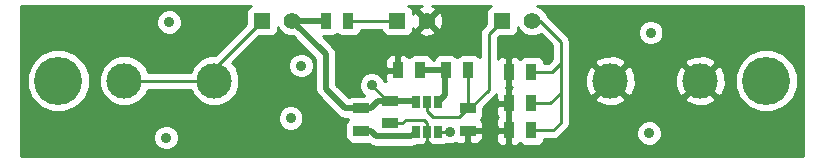
<source format=gtl>
G04 (created by PCBNEW (2013-07-07 BZR 4022)-stable) date 3/21/2015 2:07:51 PM*
%MOIN*%
G04 Gerber Fmt 3.4, Leading zero omitted, Abs format*
%FSLAX34Y34*%
G01*
G70*
G90*
G04 APERTURE LIST*
%ADD10C,0.00590551*%
%ADD11R,0.0276X0.0394*%
%ADD12R,0.035X0.055*%
%ADD13R,0.055X0.035*%
%ADD14R,0.055X0.055*%
%ADD15C,0.055*%
%ADD16C,0.11811*%
%ADD17C,0.16*%
%ADD18C,0.035*%
%ADD19C,0.01*%
%ADD20C,0.02*%
G04 APERTURE END LIST*
G54D10*
G54D11*
X83125Y-58200D03*
X83500Y-58200D03*
X83875Y-58200D03*
X83875Y-59200D03*
X83500Y-59200D03*
X83125Y-59200D03*
G54D12*
X84875Y-57150D03*
X84125Y-57150D03*
X83275Y-57150D03*
X82525Y-57150D03*
G54D13*
X84850Y-58425D03*
X84850Y-59175D03*
X81300Y-58425D03*
X81300Y-59175D03*
X82250Y-58175D03*
X82250Y-58925D03*
G54D12*
X80125Y-55500D03*
X80875Y-55500D03*
G54D14*
X82500Y-55500D03*
G54D15*
X83500Y-55500D03*
G54D14*
X86000Y-55500D03*
G54D15*
X87000Y-55500D03*
G54D14*
X78000Y-55500D03*
G54D15*
X79000Y-55500D03*
G54D12*
X86975Y-57200D03*
X86225Y-57200D03*
G54D16*
X76400Y-57500D03*
X73400Y-57500D03*
X89600Y-57500D03*
X92600Y-57500D03*
G54D12*
X86975Y-58250D03*
X86225Y-58250D03*
X86964Y-59159D03*
X86214Y-59159D03*
G54D17*
X71200Y-57500D03*
X94800Y-57500D03*
G54D18*
X90900Y-59250D03*
X90950Y-55900D03*
X79300Y-57000D03*
X78950Y-58750D03*
X74800Y-59400D03*
X74900Y-55550D03*
X86200Y-56650D03*
X85750Y-58250D03*
X85750Y-59150D03*
X82000Y-57000D03*
X81650Y-57650D03*
X84250Y-59200D03*
G54D19*
X86225Y-57200D02*
X86225Y-56675D01*
X86225Y-56675D02*
X86200Y-56650D01*
X86225Y-58250D02*
X85750Y-58250D01*
X86214Y-59159D02*
X85759Y-59159D01*
X85759Y-59159D02*
X85750Y-59150D01*
X82525Y-57150D02*
X82150Y-57150D01*
X82150Y-57150D02*
X82000Y-57000D01*
X82250Y-58925D02*
X82675Y-58925D01*
X83500Y-58900D02*
X83500Y-59200D01*
X83400Y-58800D02*
X83500Y-58900D01*
X82800Y-58800D02*
X83400Y-58800D01*
X82675Y-58925D02*
X82800Y-58800D01*
X83500Y-59200D02*
X83500Y-59500D01*
X80875Y-55500D02*
X82500Y-55500D01*
G54D20*
X81300Y-59175D02*
X81625Y-59175D01*
X82975Y-59350D02*
X83125Y-59200D01*
X81800Y-59350D02*
X82975Y-59350D01*
X81625Y-59175D02*
X81800Y-59350D01*
G54D19*
X86975Y-57200D02*
X87650Y-57200D01*
X87650Y-57200D02*
X87950Y-56900D01*
X86975Y-58250D02*
X87600Y-58250D01*
X87600Y-58250D02*
X87950Y-57900D01*
X87000Y-55500D02*
X87250Y-55500D01*
X87690Y-59159D02*
X86964Y-59159D01*
X87950Y-58900D02*
X87690Y-59159D01*
X87950Y-56200D02*
X87950Y-56900D01*
X87950Y-56900D02*
X87950Y-57900D01*
X87950Y-57900D02*
X87950Y-58900D01*
X87250Y-55500D02*
X87950Y-56200D01*
X73400Y-57500D02*
X76400Y-57500D01*
X76400Y-57500D02*
X76400Y-57100D01*
X76400Y-57100D02*
X78000Y-55500D01*
G54D20*
X81300Y-58425D02*
X81625Y-58425D01*
X81625Y-58425D02*
X81875Y-58175D01*
X82700Y-58175D02*
X83100Y-58175D01*
X81875Y-58175D02*
X82700Y-58175D01*
X83100Y-58175D02*
X83125Y-58200D01*
G54D19*
X83875Y-59200D02*
X84250Y-59200D01*
X82175Y-58175D02*
X82250Y-58175D01*
X81650Y-57650D02*
X82175Y-58175D01*
G54D20*
X79000Y-55500D02*
X80125Y-55500D01*
X81300Y-58425D02*
X80775Y-58425D01*
X80125Y-56625D02*
X79000Y-55500D01*
X80125Y-57775D02*
X80125Y-56625D01*
X80775Y-58425D02*
X80125Y-57775D01*
G54D19*
X84875Y-57150D02*
X84875Y-58400D01*
X84875Y-58400D02*
X84850Y-58425D01*
X84850Y-58425D02*
X84925Y-58425D01*
X85550Y-55950D02*
X86000Y-55500D01*
X85550Y-57800D02*
X85550Y-55950D01*
X84925Y-58425D02*
X85550Y-57800D01*
X83500Y-58200D02*
X83500Y-58500D01*
X84575Y-58700D02*
X84850Y-58425D01*
X83700Y-58700D02*
X84575Y-58700D01*
X83500Y-58500D02*
X83700Y-58700D01*
G54D20*
X83275Y-57150D02*
X84125Y-57150D01*
X84125Y-57150D02*
X84100Y-57175D01*
X84100Y-57175D02*
X84100Y-57975D01*
X84100Y-57975D02*
X83875Y-58200D01*
G54D10*
G36*
X82307Y-58975D02*
X82300Y-58975D01*
X82300Y-58982D01*
X82200Y-58982D01*
X82200Y-58975D01*
X82192Y-58975D01*
X82192Y-58875D01*
X82200Y-58875D01*
X82200Y-58867D01*
X82300Y-58867D01*
X82300Y-58875D01*
X82307Y-58875D01*
X82307Y-58975D01*
X82307Y-58975D01*
G37*
G54D19*
X82307Y-58975D02*
X82300Y-58975D01*
X82300Y-58982D01*
X82200Y-58982D01*
X82200Y-58975D01*
X82192Y-58975D01*
X82192Y-58875D01*
X82200Y-58875D01*
X82200Y-58867D01*
X82300Y-58867D01*
X82300Y-58875D01*
X82307Y-58875D01*
X82307Y-58975D01*
G54D10*
G36*
X85624Y-54996D02*
X85583Y-55012D01*
X85513Y-55083D01*
X85475Y-55175D01*
X85474Y-55274D01*
X85474Y-55600D01*
X85337Y-55737D01*
X85272Y-55835D01*
X85250Y-55950D01*
X85250Y-56721D01*
X85191Y-56663D01*
X85099Y-56625D01*
X85000Y-56624D01*
X84650Y-56624D01*
X84558Y-56662D01*
X84499Y-56721D01*
X84441Y-56663D01*
X84349Y-56625D01*
X84250Y-56624D01*
X84029Y-56624D01*
X84029Y-55575D01*
X84018Y-55367D01*
X83960Y-55227D01*
X83867Y-55202D01*
X83570Y-55500D01*
X83867Y-55797D01*
X83960Y-55772D01*
X84029Y-55575D01*
X84029Y-56624D01*
X83900Y-56624D01*
X83808Y-56662D01*
X83797Y-56674D01*
X83797Y-55867D01*
X83500Y-55570D01*
X83202Y-55867D01*
X83227Y-55960D01*
X83424Y-56029D01*
X83632Y-56018D01*
X83772Y-55960D01*
X83797Y-55867D01*
X83797Y-56674D01*
X83738Y-56733D01*
X83710Y-56800D01*
X83689Y-56800D01*
X83662Y-56733D01*
X83591Y-56663D01*
X83499Y-56625D01*
X83400Y-56624D01*
X83050Y-56624D01*
X82958Y-56662D01*
X82900Y-56721D01*
X82841Y-56662D01*
X82749Y-56624D01*
X82637Y-56625D01*
X82575Y-56687D01*
X82575Y-57100D01*
X82582Y-57100D01*
X82582Y-57200D01*
X82575Y-57200D01*
X82575Y-57207D01*
X82475Y-57207D01*
X82475Y-57200D01*
X82475Y-57100D01*
X82475Y-56687D01*
X82412Y-56625D01*
X82300Y-56624D01*
X82208Y-56662D01*
X82138Y-56733D01*
X82100Y-56825D01*
X82099Y-56924D01*
X82100Y-57037D01*
X82162Y-57100D01*
X82475Y-57100D01*
X82475Y-57200D01*
X82162Y-57200D01*
X82100Y-57262D01*
X82099Y-57375D01*
X82100Y-57474D01*
X82110Y-57500D01*
X82100Y-57500D01*
X82047Y-57500D01*
X82010Y-57409D01*
X81891Y-57289D01*
X81734Y-57225D01*
X81565Y-57224D01*
X81409Y-57289D01*
X81289Y-57408D01*
X81225Y-57565D01*
X81224Y-57734D01*
X81289Y-57890D01*
X81398Y-57999D01*
X80975Y-57999D01*
X80883Y-58037D01*
X80883Y-58038D01*
X80475Y-57630D01*
X80475Y-56625D01*
X80448Y-56491D01*
X80372Y-56377D01*
X80020Y-56025D01*
X80349Y-56025D01*
X80441Y-55987D01*
X80500Y-55928D01*
X80558Y-55986D01*
X80650Y-56024D01*
X80749Y-56025D01*
X81099Y-56025D01*
X81191Y-55987D01*
X81261Y-55916D01*
X81299Y-55824D01*
X81299Y-55800D01*
X81974Y-55800D01*
X81974Y-55824D01*
X82012Y-55916D01*
X82083Y-55986D01*
X82175Y-56024D01*
X82274Y-56025D01*
X82824Y-56025D01*
X82916Y-55987D01*
X82986Y-55916D01*
X83024Y-55824D01*
X83025Y-55737D01*
X83039Y-55772D01*
X83132Y-55797D01*
X83429Y-55500D01*
X83132Y-55202D01*
X83039Y-55227D01*
X83025Y-55268D01*
X83025Y-55175D01*
X82987Y-55083D01*
X82916Y-55013D01*
X82875Y-54996D01*
X83331Y-54996D01*
X83227Y-55039D01*
X83202Y-55132D01*
X83500Y-55429D01*
X83797Y-55132D01*
X83772Y-55039D01*
X83649Y-54996D01*
X85624Y-54996D01*
X85624Y-54996D01*
G37*
G54D19*
X85624Y-54996D02*
X85583Y-55012D01*
X85513Y-55083D01*
X85475Y-55175D01*
X85474Y-55274D01*
X85474Y-55600D01*
X85337Y-55737D01*
X85272Y-55835D01*
X85250Y-55950D01*
X85250Y-56721D01*
X85191Y-56663D01*
X85099Y-56625D01*
X85000Y-56624D01*
X84650Y-56624D01*
X84558Y-56662D01*
X84499Y-56721D01*
X84441Y-56663D01*
X84349Y-56625D01*
X84250Y-56624D01*
X84029Y-56624D01*
X84029Y-55575D01*
X84018Y-55367D01*
X83960Y-55227D01*
X83867Y-55202D01*
X83570Y-55500D01*
X83867Y-55797D01*
X83960Y-55772D01*
X84029Y-55575D01*
X84029Y-56624D01*
X83900Y-56624D01*
X83808Y-56662D01*
X83797Y-56674D01*
X83797Y-55867D01*
X83500Y-55570D01*
X83202Y-55867D01*
X83227Y-55960D01*
X83424Y-56029D01*
X83632Y-56018D01*
X83772Y-55960D01*
X83797Y-55867D01*
X83797Y-56674D01*
X83738Y-56733D01*
X83710Y-56800D01*
X83689Y-56800D01*
X83662Y-56733D01*
X83591Y-56663D01*
X83499Y-56625D01*
X83400Y-56624D01*
X83050Y-56624D01*
X82958Y-56662D01*
X82900Y-56721D01*
X82841Y-56662D01*
X82749Y-56624D01*
X82637Y-56625D01*
X82575Y-56687D01*
X82575Y-57100D01*
X82582Y-57100D01*
X82582Y-57200D01*
X82575Y-57200D01*
X82575Y-57207D01*
X82475Y-57207D01*
X82475Y-57200D01*
X82475Y-57100D01*
X82475Y-56687D01*
X82412Y-56625D01*
X82300Y-56624D01*
X82208Y-56662D01*
X82138Y-56733D01*
X82100Y-56825D01*
X82099Y-56924D01*
X82100Y-57037D01*
X82162Y-57100D01*
X82475Y-57100D01*
X82475Y-57200D01*
X82162Y-57200D01*
X82100Y-57262D01*
X82099Y-57375D01*
X82100Y-57474D01*
X82110Y-57500D01*
X82100Y-57500D01*
X82047Y-57500D01*
X82010Y-57409D01*
X81891Y-57289D01*
X81734Y-57225D01*
X81565Y-57224D01*
X81409Y-57289D01*
X81289Y-57408D01*
X81225Y-57565D01*
X81224Y-57734D01*
X81289Y-57890D01*
X81398Y-57999D01*
X80975Y-57999D01*
X80883Y-58037D01*
X80883Y-58038D01*
X80475Y-57630D01*
X80475Y-56625D01*
X80448Y-56491D01*
X80372Y-56377D01*
X80020Y-56025D01*
X80349Y-56025D01*
X80441Y-55987D01*
X80500Y-55928D01*
X80558Y-55986D01*
X80650Y-56024D01*
X80749Y-56025D01*
X81099Y-56025D01*
X81191Y-55987D01*
X81261Y-55916D01*
X81299Y-55824D01*
X81299Y-55800D01*
X81974Y-55800D01*
X81974Y-55824D01*
X82012Y-55916D01*
X82083Y-55986D01*
X82175Y-56024D01*
X82274Y-56025D01*
X82824Y-56025D01*
X82916Y-55987D01*
X82986Y-55916D01*
X83024Y-55824D01*
X83025Y-55737D01*
X83039Y-55772D01*
X83132Y-55797D01*
X83429Y-55500D01*
X83132Y-55202D01*
X83039Y-55227D01*
X83025Y-55268D01*
X83025Y-55175D01*
X82987Y-55083D01*
X82916Y-55013D01*
X82875Y-54996D01*
X83331Y-54996D01*
X83227Y-55039D01*
X83202Y-55132D01*
X83500Y-55429D01*
X83797Y-55132D01*
X83772Y-55039D01*
X83649Y-54996D01*
X85624Y-54996D01*
G54D10*
G36*
X96035Y-60000D02*
X95850Y-60000D01*
X95850Y-57292D01*
X95690Y-56906D01*
X95395Y-56610D01*
X95009Y-56450D01*
X94592Y-56449D01*
X94206Y-56609D01*
X93910Y-56904D01*
X93750Y-57290D01*
X93749Y-57707D01*
X93909Y-58094D01*
X94204Y-58389D01*
X94590Y-58549D01*
X95007Y-58550D01*
X95394Y-58390D01*
X95689Y-58095D01*
X95849Y-57709D01*
X95850Y-57292D01*
X95850Y-60000D01*
X93443Y-60000D01*
X93443Y-57651D01*
X93437Y-57316D01*
X93321Y-57037D01*
X93196Y-56974D01*
X93125Y-57045D01*
X93125Y-56903D01*
X93062Y-56778D01*
X92751Y-56656D01*
X92416Y-56662D01*
X92137Y-56778D01*
X92074Y-56903D01*
X92600Y-57429D01*
X93125Y-56903D01*
X93125Y-57045D01*
X92670Y-57500D01*
X93196Y-58025D01*
X93321Y-57962D01*
X93443Y-57651D01*
X93443Y-60000D01*
X93125Y-60000D01*
X93125Y-58096D01*
X92600Y-57570D01*
X92529Y-57641D01*
X92529Y-57500D01*
X92003Y-56974D01*
X91878Y-57037D01*
X91756Y-57348D01*
X91762Y-57683D01*
X91878Y-57962D01*
X92003Y-58025D01*
X92529Y-57500D01*
X92529Y-57641D01*
X92074Y-58096D01*
X92137Y-58221D01*
X92448Y-58343D01*
X92783Y-58337D01*
X93062Y-58221D01*
X93125Y-58096D01*
X93125Y-60000D01*
X91375Y-60000D01*
X91375Y-55815D01*
X91310Y-55659D01*
X91191Y-55539D01*
X91034Y-55475D01*
X90865Y-55474D01*
X90709Y-55539D01*
X90589Y-55658D01*
X90525Y-55815D01*
X90524Y-55984D01*
X90589Y-56140D01*
X90708Y-56260D01*
X90865Y-56324D01*
X91034Y-56325D01*
X91190Y-56260D01*
X91310Y-56141D01*
X91374Y-55984D01*
X91375Y-55815D01*
X91375Y-60000D01*
X91325Y-60000D01*
X91325Y-59165D01*
X91260Y-59009D01*
X91141Y-58889D01*
X90984Y-58825D01*
X90815Y-58824D01*
X90659Y-58889D01*
X90539Y-59008D01*
X90475Y-59165D01*
X90474Y-59334D01*
X90539Y-59490D01*
X90658Y-59610D01*
X90815Y-59674D01*
X90984Y-59675D01*
X91140Y-59610D01*
X91260Y-59491D01*
X91324Y-59334D01*
X91325Y-59165D01*
X91325Y-60000D01*
X90443Y-60000D01*
X90443Y-57651D01*
X90437Y-57316D01*
X90321Y-57037D01*
X90196Y-56974D01*
X90125Y-57045D01*
X90125Y-56903D01*
X90062Y-56778D01*
X89751Y-56656D01*
X89416Y-56662D01*
X89137Y-56778D01*
X89074Y-56903D01*
X89600Y-57429D01*
X90125Y-56903D01*
X90125Y-57045D01*
X89670Y-57500D01*
X90196Y-58025D01*
X90321Y-57962D01*
X90443Y-57651D01*
X90443Y-60000D01*
X90125Y-60000D01*
X90125Y-58096D01*
X89600Y-57570D01*
X89529Y-57641D01*
X89529Y-57500D01*
X89003Y-56974D01*
X88878Y-57037D01*
X88756Y-57348D01*
X88762Y-57683D01*
X88878Y-57962D01*
X89003Y-58025D01*
X89529Y-57500D01*
X89529Y-57641D01*
X89074Y-58096D01*
X89137Y-58221D01*
X89448Y-58343D01*
X89783Y-58337D01*
X90062Y-58221D01*
X90125Y-58096D01*
X90125Y-60000D01*
X86175Y-60000D01*
X86175Y-58712D01*
X86175Y-58300D01*
X85862Y-58300D01*
X85800Y-58362D01*
X85799Y-58475D01*
X85800Y-58574D01*
X85838Y-58666D01*
X85871Y-58699D01*
X85827Y-58743D01*
X85789Y-58834D01*
X85789Y-58934D01*
X85789Y-59047D01*
X85851Y-59109D01*
X86164Y-59109D01*
X86164Y-58723D01*
X86175Y-58712D01*
X86175Y-60000D01*
X86164Y-60000D01*
X86164Y-59622D01*
X86164Y-59209D01*
X85851Y-59209D01*
X85789Y-59272D01*
X85789Y-59385D01*
X85789Y-59484D01*
X85827Y-59576D01*
X85897Y-59646D01*
X85989Y-59684D01*
X86101Y-59684D01*
X86164Y-59622D01*
X86164Y-60000D01*
X85375Y-60000D01*
X85375Y-59399D01*
X85375Y-59287D01*
X85312Y-59225D01*
X84900Y-59225D01*
X84900Y-59537D01*
X84962Y-59600D01*
X85075Y-59600D01*
X85174Y-59599D01*
X85266Y-59561D01*
X85337Y-59491D01*
X85375Y-59399D01*
X85375Y-60000D01*
X79725Y-60000D01*
X79725Y-56915D01*
X79660Y-56759D01*
X79541Y-56639D01*
X79384Y-56575D01*
X79215Y-56574D01*
X79059Y-56639D01*
X78939Y-56758D01*
X78875Y-56915D01*
X78874Y-57084D01*
X78939Y-57240D01*
X79058Y-57360D01*
X79215Y-57424D01*
X79384Y-57425D01*
X79540Y-57360D01*
X79660Y-57241D01*
X79724Y-57084D01*
X79725Y-56915D01*
X79725Y-60000D01*
X79375Y-60000D01*
X79375Y-58665D01*
X79310Y-58509D01*
X79191Y-58389D01*
X79034Y-58325D01*
X78865Y-58324D01*
X78709Y-58389D01*
X78589Y-58508D01*
X78525Y-58665D01*
X78524Y-58834D01*
X78589Y-58990D01*
X78708Y-59110D01*
X78865Y-59174D01*
X79034Y-59175D01*
X79190Y-59110D01*
X79310Y-58991D01*
X79374Y-58834D01*
X79375Y-58665D01*
X79375Y-60000D01*
X75225Y-60000D01*
X75225Y-59315D01*
X75160Y-59159D01*
X75041Y-59039D01*
X74884Y-58975D01*
X74715Y-58974D01*
X74559Y-59039D01*
X74439Y-59158D01*
X74375Y-59315D01*
X74374Y-59484D01*
X74439Y-59640D01*
X74558Y-59760D01*
X74715Y-59824D01*
X74884Y-59825D01*
X75040Y-59760D01*
X75160Y-59641D01*
X75224Y-59484D01*
X75225Y-59315D01*
X75225Y-60000D01*
X72250Y-60000D01*
X72250Y-57292D01*
X72090Y-56906D01*
X71795Y-56610D01*
X71409Y-56450D01*
X70992Y-56449D01*
X70606Y-56609D01*
X70310Y-56904D01*
X70150Y-57290D01*
X70149Y-57707D01*
X70309Y-58094D01*
X70604Y-58389D01*
X70990Y-58549D01*
X71407Y-58550D01*
X71794Y-58390D01*
X72089Y-58095D01*
X72249Y-57709D01*
X72250Y-57292D01*
X72250Y-60000D01*
X69964Y-60000D01*
X69964Y-54996D01*
X77624Y-54996D01*
X77583Y-55012D01*
X77513Y-55083D01*
X77475Y-55175D01*
X77474Y-55274D01*
X77474Y-55600D01*
X76416Y-56659D01*
X76233Y-56659D01*
X75924Y-56787D01*
X75687Y-57023D01*
X75614Y-57200D01*
X75325Y-57200D01*
X75325Y-55465D01*
X75260Y-55309D01*
X75141Y-55189D01*
X74984Y-55125D01*
X74815Y-55124D01*
X74659Y-55189D01*
X74539Y-55308D01*
X74475Y-55465D01*
X74474Y-55634D01*
X74539Y-55790D01*
X74658Y-55910D01*
X74815Y-55974D01*
X74984Y-55975D01*
X75140Y-55910D01*
X75260Y-55791D01*
X75324Y-55634D01*
X75325Y-55465D01*
X75325Y-57200D01*
X74185Y-57200D01*
X74113Y-57024D01*
X73876Y-56787D01*
X73567Y-56659D01*
X73233Y-56659D01*
X72924Y-56787D01*
X72687Y-57023D01*
X72559Y-57332D01*
X72559Y-57666D01*
X72687Y-57975D01*
X72923Y-58212D01*
X73232Y-58340D01*
X73566Y-58340D01*
X73875Y-58213D01*
X74112Y-57976D01*
X74185Y-57800D01*
X75614Y-57800D01*
X75687Y-57975D01*
X75923Y-58212D01*
X76232Y-58340D01*
X76566Y-58340D01*
X76875Y-58213D01*
X77112Y-57976D01*
X77240Y-57667D01*
X77240Y-57333D01*
X77113Y-57024D01*
X77006Y-56917D01*
X77899Y-56025D01*
X78324Y-56025D01*
X78416Y-55987D01*
X78486Y-55916D01*
X78524Y-55824D01*
X78525Y-55725D01*
X78525Y-55725D01*
X78554Y-55797D01*
X78702Y-55944D01*
X78895Y-56024D01*
X79030Y-56025D01*
X79775Y-56769D01*
X79775Y-57775D01*
X79801Y-57908D01*
X79877Y-58022D01*
X80527Y-58672D01*
X80641Y-58748D01*
X80775Y-58775D01*
X80846Y-58775D01*
X80871Y-58800D01*
X80813Y-58858D01*
X80775Y-58950D01*
X80774Y-59049D01*
X80774Y-59399D01*
X80812Y-59491D01*
X80883Y-59561D01*
X80975Y-59599D01*
X81074Y-59600D01*
X81556Y-59600D01*
X81556Y-59600D01*
X81666Y-59673D01*
X81799Y-59699D01*
X81800Y-59700D01*
X82975Y-59700D01*
X83108Y-59673D01*
X83108Y-59673D01*
X83148Y-59647D01*
X83148Y-59647D01*
X83312Y-59647D01*
X83312Y-59647D01*
X83312Y-59647D01*
X83387Y-59647D01*
X83450Y-59584D01*
X83450Y-59563D01*
X83474Y-59538D01*
X83500Y-59478D01*
X83524Y-59538D01*
X83550Y-59563D01*
X83550Y-59584D01*
X83612Y-59647D01*
X83687Y-59647D01*
X83687Y-59646D01*
X83786Y-59647D01*
X84062Y-59647D01*
X84140Y-59614D01*
X84165Y-59624D01*
X84334Y-59625D01*
X84460Y-59573D01*
X84525Y-59599D01*
X84624Y-59600D01*
X84737Y-59600D01*
X84800Y-59537D01*
X84800Y-59225D01*
X84792Y-59225D01*
X84792Y-59125D01*
X84800Y-59125D01*
X84800Y-59117D01*
X84900Y-59117D01*
X84900Y-59125D01*
X85312Y-59125D01*
X85375Y-59062D01*
X85375Y-58950D01*
X85337Y-58858D01*
X85278Y-58799D01*
X85336Y-58741D01*
X85374Y-58649D01*
X85375Y-58550D01*
X85375Y-58399D01*
X85762Y-58012D01*
X85800Y-57955D01*
X85799Y-58024D01*
X85800Y-58137D01*
X85862Y-58200D01*
X86175Y-58200D01*
X86175Y-57787D01*
X86112Y-57725D01*
X86175Y-57662D01*
X86175Y-57250D01*
X86167Y-57250D01*
X86167Y-57150D01*
X86175Y-57150D01*
X86175Y-56737D01*
X86112Y-56675D01*
X86000Y-56674D01*
X85908Y-56712D01*
X85850Y-56771D01*
X85850Y-56074D01*
X85899Y-56025D01*
X86324Y-56025D01*
X86416Y-55987D01*
X86486Y-55916D01*
X86524Y-55824D01*
X86525Y-55725D01*
X86525Y-55725D01*
X86554Y-55797D01*
X86702Y-55944D01*
X86895Y-56024D01*
X87103Y-56025D01*
X87278Y-55952D01*
X87650Y-56324D01*
X87650Y-56775D01*
X87525Y-56900D01*
X87400Y-56900D01*
X87400Y-56875D01*
X87362Y-56783D01*
X87291Y-56713D01*
X87199Y-56675D01*
X87100Y-56674D01*
X86750Y-56674D01*
X86658Y-56712D01*
X86600Y-56771D01*
X86541Y-56712D01*
X86449Y-56674D01*
X86337Y-56675D01*
X86275Y-56737D01*
X86275Y-57150D01*
X86282Y-57150D01*
X86282Y-57250D01*
X86275Y-57250D01*
X86275Y-57662D01*
X86337Y-57725D01*
X86275Y-57787D01*
X86275Y-58200D01*
X86282Y-58200D01*
X86282Y-58300D01*
X86275Y-58300D01*
X86275Y-58686D01*
X86264Y-58697D01*
X86264Y-59109D01*
X86272Y-59109D01*
X86272Y-59209D01*
X86264Y-59209D01*
X86264Y-59622D01*
X86326Y-59684D01*
X86438Y-59684D01*
X86530Y-59646D01*
X86589Y-59588D01*
X86647Y-59646D01*
X86739Y-59684D01*
X86838Y-59684D01*
X87188Y-59684D01*
X87280Y-59646D01*
X87351Y-59576D01*
X87389Y-59484D01*
X87389Y-59459D01*
X87690Y-59459D01*
X87690Y-59459D01*
X87804Y-59437D01*
X87804Y-59437D01*
X87902Y-59371D01*
X88162Y-59112D01*
X88162Y-59112D01*
X88227Y-59014D01*
X88249Y-58900D01*
X88250Y-58900D01*
X88250Y-57900D01*
X88250Y-56900D01*
X88250Y-56200D01*
X88249Y-56199D01*
X88227Y-56085D01*
X88162Y-55987D01*
X88162Y-55987D01*
X87493Y-55318D01*
X87445Y-55203D01*
X87297Y-55055D01*
X87155Y-54996D01*
X96035Y-54996D01*
X96035Y-60000D01*
X96035Y-60000D01*
G37*
G54D19*
X96035Y-60000D02*
X95850Y-60000D01*
X95850Y-57292D01*
X95690Y-56906D01*
X95395Y-56610D01*
X95009Y-56450D01*
X94592Y-56449D01*
X94206Y-56609D01*
X93910Y-56904D01*
X93750Y-57290D01*
X93749Y-57707D01*
X93909Y-58094D01*
X94204Y-58389D01*
X94590Y-58549D01*
X95007Y-58550D01*
X95394Y-58390D01*
X95689Y-58095D01*
X95849Y-57709D01*
X95850Y-57292D01*
X95850Y-60000D01*
X93443Y-60000D01*
X93443Y-57651D01*
X93437Y-57316D01*
X93321Y-57037D01*
X93196Y-56974D01*
X93125Y-57045D01*
X93125Y-56903D01*
X93062Y-56778D01*
X92751Y-56656D01*
X92416Y-56662D01*
X92137Y-56778D01*
X92074Y-56903D01*
X92600Y-57429D01*
X93125Y-56903D01*
X93125Y-57045D01*
X92670Y-57500D01*
X93196Y-58025D01*
X93321Y-57962D01*
X93443Y-57651D01*
X93443Y-60000D01*
X93125Y-60000D01*
X93125Y-58096D01*
X92600Y-57570D01*
X92529Y-57641D01*
X92529Y-57500D01*
X92003Y-56974D01*
X91878Y-57037D01*
X91756Y-57348D01*
X91762Y-57683D01*
X91878Y-57962D01*
X92003Y-58025D01*
X92529Y-57500D01*
X92529Y-57641D01*
X92074Y-58096D01*
X92137Y-58221D01*
X92448Y-58343D01*
X92783Y-58337D01*
X93062Y-58221D01*
X93125Y-58096D01*
X93125Y-60000D01*
X91375Y-60000D01*
X91375Y-55815D01*
X91310Y-55659D01*
X91191Y-55539D01*
X91034Y-55475D01*
X90865Y-55474D01*
X90709Y-55539D01*
X90589Y-55658D01*
X90525Y-55815D01*
X90524Y-55984D01*
X90589Y-56140D01*
X90708Y-56260D01*
X90865Y-56324D01*
X91034Y-56325D01*
X91190Y-56260D01*
X91310Y-56141D01*
X91374Y-55984D01*
X91375Y-55815D01*
X91375Y-60000D01*
X91325Y-60000D01*
X91325Y-59165D01*
X91260Y-59009D01*
X91141Y-58889D01*
X90984Y-58825D01*
X90815Y-58824D01*
X90659Y-58889D01*
X90539Y-59008D01*
X90475Y-59165D01*
X90474Y-59334D01*
X90539Y-59490D01*
X90658Y-59610D01*
X90815Y-59674D01*
X90984Y-59675D01*
X91140Y-59610D01*
X91260Y-59491D01*
X91324Y-59334D01*
X91325Y-59165D01*
X91325Y-60000D01*
X90443Y-60000D01*
X90443Y-57651D01*
X90437Y-57316D01*
X90321Y-57037D01*
X90196Y-56974D01*
X90125Y-57045D01*
X90125Y-56903D01*
X90062Y-56778D01*
X89751Y-56656D01*
X89416Y-56662D01*
X89137Y-56778D01*
X89074Y-56903D01*
X89600Y-57429D01*
X90125Y-56903D01*
X90125Y-57045D01*
X89670Y-57500D01*
X90196Y-58025D01*
X90321Y-57962D01*
X90443Y-57651D01*
X90443Y-60000D01*
X90125Y-60000D01*
X90125Y-58096D01*
X89600Y-57570D01*
X89529Y-57641D01*
X89529Y-57500D01*
X89003Y-56974D01*
X88878Y-57037D01*
X88756Y-57348D01*
X88762Y-57683D01*
X88878Y-57962D01*
X89003Y-58025D01*
X89529Y-57500D01*
X89529Y-57641D01*
X89074Y-58096D01*
X89137Y-58221D01*
X89448Y-58343D01*
X89783Y-58337D01*
X90062Y-58221D01*
X90125Y-58096D01*
X90125Y-60000D01*
X86175Y-60000D01*
X86175Y-58712D01*
X86175Y-58300D01*
X85862Y-58300D01*
X85800Y-58362D01*
X85799Y-58475D01*
X85800Y-58574D01*
X85838Y-58666D01*
X85871Y-58699D01*
X85827Y-58743D01*
X85789Y-58834D01*
X85789Y-58934D01*
X85789Y-59047D01*
X85851Y-59109D01*
X86164Y-59109D01*
X86164Y-58723D01*
X86175Y-58712D01*
X86175Y-60000D01*
X86164Y-60000D01*
X86164Y-59622D01*
X86164Y-59209D01*
X85851Y-59209D01*
X85789Y-59272D01*
X85789Y-59385D01*
X85789Y-59484D01*
X85827Y-59576D01*
X85897Y-59646D01*
X85989Y-59684D01*
X86101Y-59684D01*
X86164Y-59622D01*
X86164Y-60000D01*
X85375Y-60000D01*
X85375Y-59399D01*
X85375Y-59287D01*
X85312Y-59225D01*
X84900Y-59225D01*
X84900Y-59537D01*
X84962Y-59600D01*
X85075Y-59600D01*
X85174Y-59599D01*
X85266Y-59561D01*
X85337Y-59491D01*
X85375Y-59399D01*
X85375Y-60000D01*
X79725Y-60000D01*
X79725Y-56915D01*
X79660Y-56759D01*
X79541Y-56639D01*
X79384Y-56575D01*
X79215Y-56574D01*
X79059Y-56639D01*
X78939Y-56758D01*
X78875Y-56915D01*
X78874Y-57084D01*
X78939Y-57240D01*
X79058Y-57360D01*
X79215Y-57424D01*
X79384Y-57425D01*
X79540Y-57360D01*
X79660Y-57241D01*
X79724Y-57084D01*
X79725Y-56915D01*
X79725Y-60000D01*
X79375Y-60000D01*
X79375Y-58665D01*
X79310Y-58509D01*
X79191Y-58389D01*
X79034Y-58325D01*
X78865Y-58324D01*
X78709Y-58389D01*
X78589Y-58508D01*
X78525Y-58665D01*
X78524Y-58834D01*
X78589Y-58990D01*
X78708Y-59110D01*
X78865Y-59174D01*
X79034Y-59175D01*
X79190Y-59110D01*
X79310Y-58991D01*
X79374Y-58834D01*
X79375Y-58665D01*
X79375Y-60000D01*
X75225Y-60000D01*
X75225Y-59315D01*
X75160Y-59159D01*
X75041Y-59039D01*
X74884Y-58975D01*
X74715Y-58974D01*
X74559Y-59039D01*
X74439Y-59158D01*
X74375Y-59315D01*
X74374Y-59484D01*
X74439Y-59640D01*
X74558Y-59760D01*
X74715Y-59824D01*
X74884Y-59825D01*
X75040Y-59760D01*
X75160Y-59641D01*
X75224Y-59484D01*
X75225Y-59315D01*
X75225Y-60000D01*
X72250Y-60000D01*
X72250Y-57292D01*
X72090Y-56906D01*
X71795Y-56610D01*
X71409Y-56450D01*
X70992Y-56449D01*
X70606Y-56609D01*
X70310Y-56904D01*
X70150Y-57290D01*
X70149Y-57707D01*
X70309Y-58094D01*
X70604Y-58389D01*
X70990Y-58549D01*
X71407Y-58550D01*
X71794Y-58390D01*
X72089Y-58095D01*
X72249Y-57709D01*
X72250Y-57292D01*
X72250Y-60000D01*
X69964Y-60000D01*
X69964Y-54996D01*
X77624Y-54996D01*
X77583Y-55012D01*
X77513Y-55083D01*
X77475Y-55175D01*
X77474Y-55274D01*
X77474Y-55600D01*
X76416Y-56659D01*
X76233Y-56659D01*
X75924Y-56787D01*
X75687Y-57023D01*
X75614Y-57200D01*
X75325Y-57200D01*
X75325Y-55465D01*
X75260Y-55309D01*
X75141Y-55189D01*
X74984Y-55125D01*
X74815Y-55124D01*
X74659Y-55189D01*
X74539Y-55308D01*
X74475Y-55465D01*
X74474Y-55634D01*
X74539Y-55790D01*
X74658Y-55910D01*
X74815Y-55974D01*
X74984Y-55975D01*
X75140Y-55910D01*
X75260Y-55791D01*
X75324Y-55634D01*
X75325Y-55465D01*
X75325Y-57200D01*
X74185Y-57200D01*
X74113Y-57024D01*
X73876Y-56787D01*
X73567Y-56659D01*
X73233Y-56659D01*
X72924Y-56787D01*
X72687Y-57023D01*
X72559Y-57332D01*
X72559Y-57666D01*
X72687Y-57975D01*
X72923Y-58212D01*
X73232Y-58340D01*
X73566Y-58340D01*
X73875Y-58213D01*
X74112Y-57976D01*
X74185Y-57800D01*
X75614Y-57800D01*
X75687Y-57975D01*
X75923Y-58212D01*
X76232Y-58340D01*
X76566Y-58340D01*
X76875Y-58213D01*
X77112Y-57976D01*
X77240Y-57667D01*
X77240Y-57333D01*
X77113Y-57024D01*
X77006Y-56917D01*
X77899Y-56025D01*
X78324Y-56025D01*
X78416Y-55987D01*
X78486Y-55916D01*
X78524Y-55824D01*
X78525Y-55725D01*
X78525Y-55725D01*
X78554Y-55797D01*
X78702Y-55944D01*
X78895Y-56024D01*
X79030Y-56025D01*
X79775Y-56769D01*
X79775Y-57775D01*
X79801Y-57908D01*
X79877Y-58022D01*
X80527Y-58672D01*
X80641Y-58748D01*
X80775Y-58775D01*
X80846Y-58775D01*
X80871Y-58800D01*
X80813Y-58858D01*
X80775Y-58950D01*
X80774Y-59049D01*
X80774Y-59399D01*
X80812Y-59491D01*
X80883Y-59561D01*
X80975Y-59599D01*
X81074Y-59600D01*
X81556Y-59600D01*
X81556Y-59600D01*
X81666Y-59673D01*
X81799Y-59699D01*
X81800Y-59700D01*
X82975Y-59700D01*
X83108Y-59673D01*
X83108Y-59673D01*
X83148Y-59647D01*
X83148Y-59647D01*
X83312Y-59647D01*
X83312Y-59647D01*
X83312Y-59647D01*
X83387Y-59647D01*
X83450Y-59584D01*
X83450Y-59563D01*
X83474Y-59538D01*
X83500Y-59478D01*
X83524Y-59538D01*
X83550Y-59563D01*
X83550Y-59584D01*
X83612Y-59647D01*
X83687Y-59647D01*
X83687Y-59646D01*
X83786Y-59647D01*
X84062Y-59647D01*
X84140Y-59614D01*
X84165Y-59624D01*
X84334Y-59625D01*
X84460Y-59573D01*
X84525Y-59599D01*
X84624Y-59600D01*
X84737Y-59600D01*
X84800Y-59537D01*
X84800Y-59225D01*
X84792Y-59225D01*
X84792Y-59125D01*
X84800Y-59125D01*
X84800Y-59117D01*
X84900Y-59117D01*
X84900Y-59125D01*
X85312Y-59125D01*
X85375Y-59062D01*
X85375Y-58950D01*
X85337Y-58858D01*
X85278Y-58799D01*
X85336Y-58741D01*
X85374Y-58649D01*
X85375Y-58550D01*
X85375Y-58399D01*
X85762Y-58012D01*
X85800Y-57955D01*
X85799Y-58024D01*
X85800Y-58137D01*
X85862Y-58200D01*
X86175Y-58200D01*
X86175Y-57787D01*
X86112Y-57725D01*
X86175Y-57662D01*
X86175Y-57250D01*
X86167Y-57250D01*
X86167Y-57150D01*
X86175Y-57150D01*
X86175Y-56737D01*
X86112Y-56675D01*
X86000Y-56674D01*
X85908Y-56712D01*
X85850Y-56771D01*
X85850Y-56074D01*
X85899Y-56025D01*
X86324Y-56025D01*
X86416Y-55987D01*
X86486Y-55916D01*
X86524Y-55824D01*
X86525Y-55725D01*
X86525Y-55725D01*
X86554Y-55797D01*
X86702Y-55944D01*
X86895Y-56024D01*
X87103Y-56025D01*
X87278Y-55952D01*
X87650Y-56324D01*
X87650Y-56775D01*
X87525Y-56900D01*
X87400Y-56900D01*
X87400Y-56875D01*
X87362Y-56783D01*
X87291Y-56713D01*
X87199Y-56675D01*
X87100Y-56674D01*
X86750Y-56674D01*
X86658Y-56712D01*
X86600Y-56771D01*
X86541Y-56712D01*
X86449Y-56674D01*
X86337Y-56675D01*
X86275Y-56737D01*
X86275Y-57150D01*
X86282Y-57150D01*
X86282Y-57250D01*
X86275Y-57250D01*
X86275Y-57662D01*
X86337Y-57725D01*
X86275Y-57787D01*
X86275Y-58200D01*
X86282Y-58200D01*
X86282Y-58300D01*
X86275Y-58300D01*
X86275Y-58686D01*
X86264Y-58697D01*
X86264Y-59109D01*
X86272Y-59109D01*
X86272Y-59209D01*
X86264Y-59209D01*
X86264Y-59622D01*
X86326Y-59684D01*
X86438Y-59684D01*
X86530Y-59646D01*
X86589Y-59588D01*
X86647Y-59646D01*
X86739Y-59684D01*
X86838Y-59684D01*
X87188Y-59684D01*
X87280Y-59646D01*
X87351Y-59576D01*
X87389Y-59484D01*
X87389Y-59459D01*
X87690Y-59459D01*
X87690Y-59459D01*
X87804Y-59437D01*
X87804Y-59437D01*
X87902Y-59371D01*
X88162Y-59112D01*
X88162Y-59112D01*
X88227Y-59014D01*
X88249Y-58900D01*
X88250Y-58900D01*
X88250Y-57900D01*
X88250Y-56900D01*
X88250Y-56200D01*
X88249Y-56199D01*
X88227Y-56085D01*
X88162Y-55987D01*
X88162Y-55987D01*
X87493Y-55318D01*
X87445Y-55203D01*
X87297Y-55055D01*
X87155Y-54996D01*
X96035Y-54996D01*
X96035Y-60000D01*
M02*

</source>
